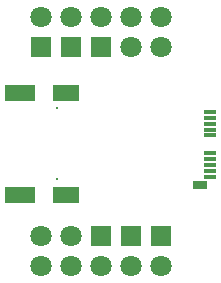
<source format=gbs>
G04*
G04 #@! TF.GenerationSoftware,Altium Limited,Altium Designer,18.1.7 (191)*
G04*
G04 Layer_Color=16711935*
%FSLAX44Y44*%
%MOMM*%
G71*
G01*
G75*
%ADD18R,1.2770X0.7570*%
%ADD19R,1.1270X0.4250*%
%ADD24C,1.8032*%
%ADD25R,1.8032X1.8032*%
%ADD26R,2.2032X1.4032*%
%ADD27R,2.5032X1.4032*%
%ADD28C,0.2032*%
D18*
X1351600Y395800D02*
D03*
D19*
X1360000Y402500D02*
D03*
Y407500D02*
D03*
Y412500D02*
D03*
Y417500D02*
D03*
Y422500D02*
D03*
Y437500D02*
D03*
Y442500D02*
D03*
Y447500D02*
D03*
Y452500D02*
D03*
Y457500D02*
D03*
D24*
X1318800Y537700D02*
D03*
X1293400D02*
D03*
X1268000D02*
D03*
X1242600D02*
D03*
X1217200D02*
D03*
X1293400Y512300D02*
D03*
X1318800D02*
D03*
X1242600Y352700D02*
D03*
X1217200D02*
D03*
Y327300D02*
D03*
X1242600D02*
D03*
X1268000D02*
D03*
X1293400D02*
D03*
X1318800D02*
D03*
D25*
X1217200Y512300D02*
D03*
X1242600D02*
D03*
X1268000D02*
D03*
X1318800Y352700D02*
D03*
X1293400D02*
D03*
X1268000D02*
D03*
D26*
X1238170Y473610D02*
D03*
Y387110D02*
D03*
D27*
X1199570Y473610D02*
D03*
Y387110D02*
D03*
D28*
X1231000Y460410D02*
D03*
Y400410D02*
D03*
M02*

</source>
